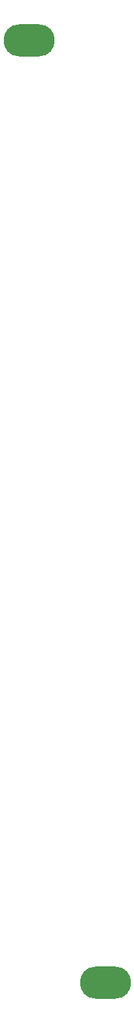
<source format=gbs>
G04 #@! TF.GenerationSoftware,KiCad,Pcbnew,6.0.10+dfsg-1~bpo11+1*
G04 #@! TF.CreationDate,2023-02-18T13:34:50+00:00*
G04 #@! TF.ProjectId,RP2040-VCO,52503230-3430-42d5-9643-4f2e6b696361,rev?*
G04 #@! TF.SameCoordinates,Original*
G04 #@! TF.FileFunction,Soldermask,Bot*
G04 #@! TF.FilePolarity,Negative*
%FSLAX46Y46*%
G04 Gerber Fmt 4.6, Leading zero omitted, Abs format (unit mm)*
G04 Created by KiCad (PCBNEW 6.0.10+dfsg-1~bpo11+1) date 2023-02-18 13:34:50*
%MOMM*%
%LPD*%
G01*
G04 APERTURE LIST*
%ADD10O,6.700000X4.200000*%
G04 APERTURE END LIST*
D10*
X116500000Y-30000000D03*
X126500000Y-152500000D03*
M02*

</source>
